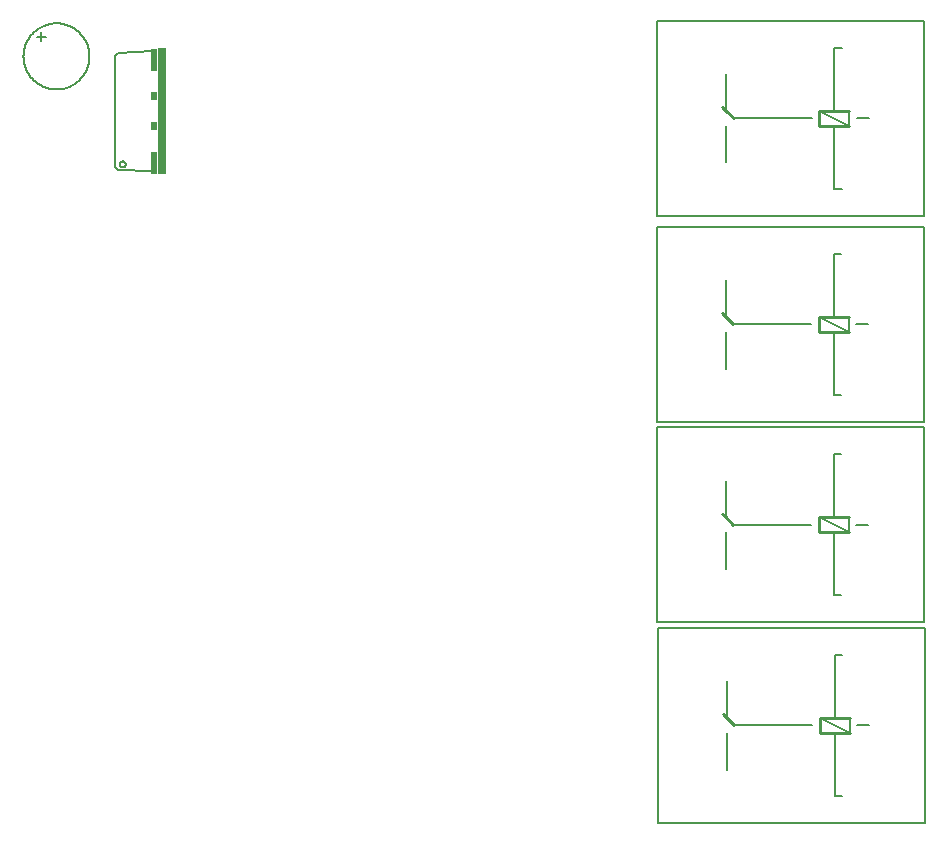
<source format=gbo>
G75*
%MOIN*%
%OFA0B0*%
%FSLAX25Y25*%
%IPPOS*%
%LPD*%
%AMOC8*
5,1,8,0,0,1.08239X$1,22.5*
%
%ADD10C,0.00600*%
%ADD11C,0.00500*%
%ADD12R,0.03000X0.42000*%
%ADD13R,0.02000X0.07500*%
%ADD14R,0.02000X0.03000*%
%ADD15C,0.01000*%
D10*
X0296005Y0058874D02*
X0385005Y0058874D01*
X0385005Y0123874D01*
X0296005Y0123874D01*
X0296005Y0058874D01*
X0319005Y0076574D02*
X0319005Y0088874D01*
X0321505Y0091374D02*
X0347505Y0091374D01*
X0350005Y0093874D02*
X0360005Y0088874D01*
X0360005Y0093874D01*
X0362505Y0091374D02*
X0366505Y0091374D01*
X0355005Y0088874D02*
X0355005Y0067874D01*
X0357505Y0067874D01*
X0355005Y0093874D02*
X0355005Y0114874D01*
X0357505Y0114874D01*
X0357268Y0134812D02*
X0354768Y0134812D01*
X0354768Y0155812D01*
X0354768Y0160812D02*
X0354768Y0181812D01*
X0357268Y0181812D01*
X0357185Y0201614D02*
X0354685Y0201614D01*
X0354685Y0222614D01*
X0359685Y0222614D02*
X0349685Y0227614D01*
X0347185Y0225114D02*
X0321185Y0225114D01*
X0318685Y0227614D02*
X0318685Y0239814D01*
X0318685Y0222614D02*
X0318685Y0210314D01*
X0295685Y0192614D02*
X0384685Y0192614D01*
X0384685Y0257614D01*
X0295685Y0257614D01*
X0295685Y0192614D01*
X0295768Y0190812D02*
X0295768Y0125812D01*
X0384768Y0125812D01*
X0384768Y0190812D01*
X0295768Y0190812D01*
X0318768Y0173012D02*
X0318768Y0160812D01*
X0321268Y0158312D02*
X0347268Y0158312D01*
X0349768Y0160812D02*
X0359768Y0155812D01*
X0359768Y0160812D01*
X0362268Y0158312D02*
X0366268Y0158312D01*
X0318768Y0155812D02*
X0318768Y0143512D01*
X0319005Y0106074D02*
X0319005Y0093874D01*
X0359685Y0222614D02*
X0359685Y0227614D01*
X0362185Y0225114D02*
X0366185Y0225114D01*
X0354685Y0227614D02*
X0354685Y0248614D01*
X0357185Y0248614D01*
X0357287Y0270341D02*
X0354787Y0270341D01*
X0354787Y0291341D01*
X0359787Y0291341D02*
X0349787Y0296341D01*
X0347287Y0293841D02*
X0321287Y0293841D01*
X0318787Y0291341D02*
X0318787Y0279041D01*
X0318787Y0296341D02*
X0318787Y0308541D01*
X0295787Y0326341D02*
X0295787Y0261341D01*
X0384787Y0261341D01*
X0384787Y0326341D01*
X0295787Y0326341D01*
X0354787Y0317341D02*
X0354787Y0296341D01*
X0359787Y0296341D02*
X0359787Y0291341D01*
X0362287Y0293841D02*
X0366287Y0293841D01*
X0357287Y0317341D02*
X0354787Y0317341D01*
X0084609Y0314424D02*
X0084612Y0314694D01*
X0084622Y0314964D01*
X0084639Y0315233D01*
X0084662Y0315502D01*
X0084692Y0315771D01*
X0084728Y0316038D01*
X0084771Y0316305D01*
X0084820Y0316570D01*
X0084876Y0316834D01*
X0084939Y0317097D01*
X0085007Y0317358D01*
X0085083Y0317617D01*
X0085164Y0317874D01*
X0085252Y0318130D01*
X0085346Y0318383D01*
X0085446Y0318634D01*
X0085553Y0318882D01*
X0085665Y0319127D01*
X0085784Y0319370D01*
X0085908Y0319609D01*
X0086038Y0319846D01*
X0086174Y0320079D01*
X0086316Y0320309D01*
X0086463Y0320535D01*
X0086616Y0320758D01*
X0086774Y0320977D01*
X0086937Y0321192D01*
X0087106Y0321402D01*
X0087280Y0321609D01*
X0087459Y0321811D01*
X0087642Y0322009D01*
X0087831Y0322202D01*
X0088024Y0322391D01*
X0088222Y0322574D01*
X0088424Y0322753D01*
X0088631Y0322927D01*
X0088841Y0323096D01*
X0089056Y0323259D01*
X0089275Y0323417D01*
X0089498Y0323570D01*
X0089724Y0323717D01*
X0089954Y0323859D01*
X0090187Y0323995D01*
X0090424Y0324125D01*
X0090663Y0324249D01*
X0090906Y0324368D01*
X0091151Y0324480D01*
X0091399Y0324587D01*
X0091650Y0324687D01*
X0091903Y0324781D01*
X0092159Y0324869D01*
X0092416Y0324950D01*
X0092675Y0325026D01*
X0092936Y0325094D01*
X0093199Y0325157D01*
X0093463Y0325213D01*
X0093728Y0325262D01*
X0093995Y0325305D01*
X0094262Y0325341D01*
X0094531Y0325371D01*
X0094800Y0325394D01*
X0095069Y0325411D01*
X0095339Y0325421D01*
X0095609Y0325424D01*
X0095879Y0325421D01*
X0096149Y0325411D01*
X0096418Y0325394D01*
X0096687Y0325371D01*
X0096956Y0325341D01*
X0097223Y0325305D01*
X0097490Y0325262D01*
X0097755Y0325213D01*
X0098019Y0325157D01*
X0098282Y0325094D01*
X0098543Y0325026D01*
X0098802Y0324950D01*
X0099059Y0324869D01*
X0099315Y0324781D01*
X0099568Y0324687D01*
X0099819Y0324587D01*
X0100067Y0324480D01*
X0100312Y0324368D01*
X0100555Y0324249D01*
X0100794Y0324125D01*
X0101031Y0323995D01*
X0101264Y0323859D01*
X0101494Y0323717D01*
X0101720Y0323570D01*
X0101943Y0323417D01*
X0102162Y0323259D01*
X0102377Y0323096D01*
X0102587Y0322927D01*
X0102794Y0322753D01*
X0102996Y0322574D01*
X0103194Y0322391D01*
X0103387Y0322202D01*
X0103576Y0322009D01*
X0103759Y0321811D01*
X0103938Y0321609D01*
X0104112Y0321402D01*
X0104281Y0321192D01*
X0104444Y0320977D01*
X0104602Y0320758D01*
X0104755Y0320535D01*
X0104902Y0320309D01*
X0105044Y0320079D01*
X0105180Y0319846D01*
X0105310Y0319609D01*
X0105434Y0319370D01*
X0105553Y0319127D01*
X0105665Y0318882D01*
X0105772Y0318634D01*
X0105872Y0318383D01*
X0105966Y0318130D01*
X0106054Y0317874D01*
X0106135Y0317617D01*
X0106211Y0317358D01*
X0106279Y0317097D01*
X0106342Y0316834D01*
X0106398Y0316570D01*
X0106447Y0316305D01*
X0106490Y0316038D01*
X0106526Y0315771D01*
X0106556Y0315502D01*
X0106579Y0315233D01*
X0106596Y0314964D01*
X0106606Y0314694D01*
X0106609Y0314424D01*
X0106606Y0314154D01*
X0106596Y0313884D01*
X0106579Y0313615D01*
X0106556Y0313346D01*
X0106526Y0313077D01*
X0106490Y0312810D01*
X0106447Y0312543D01*
X0106398Y0312278D01*
X0106342Y0312014D01*
X0106279Y0311751D01*
X0106211Y0311490D01*
X0106135Y0311231D01*
X0106054Y0310974D01*
X0105966Y0310718D01*
X0105872Y0310465D01*
X0105772Y0310214D01*
X0105665Y0309966D01*
X0105553Y0309721D01*
X0105434Y0309478D01*
X0105310Y0309239D01*
X0105180Y0309002D01*
X0105044Y0308769D01*
X0104902Y0308539D01*
X0104755Y0308313D01*
X0104602Y0308090D01*
X0104444Y0307871D01*
X0104281Y0307656D01*
X0104112Y0307446D01*
X0103938Y0307239D01*
X0103759Y0307037D01*
X0103576Y0306839D01*
X0103387Y0306646D01*
X0103194Y0306457D01*
X0102996Y0306274D01*
X0102794Y0306095D01*
X0102587Y0305921D01*
X0102377Y0305752D01*
X0102162Y0305589D01*
X0101943Y0305431D01*
X0101720Y0305278D01*
X0101494Y0305131D01*
X0101264Y0304989D01*
X0101031Y0304853D01*
X0100794Y0304723D01*
X0100555Y0304599D01*
X0100312Y0304480D01*
X0100067Y0304368D01*
X0099819Y0304261D01*
X0099568Y0304161D01*
X0099315Y0304067D01*
X0099059Y0303979D01*
X0098802Y0303898D01*
X0098543Y0303822D01*
X0098282Y0303754D01*
X0098019Y0303691D01*
X0097755Y0303635D01*
X0097490Y0303586D01*
X0097223Y0303543D01*
X0096956Y0303507D01*
X0096687Y0303477D01*
X0096418Y0303454D01*
X0096149Y0303437D01*
X0095879Y0303427D01*
X0095609Y0303424D01*
X0095339Y0303427D01*
X0095069Y0303437D01*
X0094800Y0303454D01*
X0094531Y0303477D01*
X0094262Y0303507D01*
X0093995Y0303543D01*
X0093728Y0303586D01*
X0093463Y0303635D01*
X0093199Y0303691D01*
X0092936Y0303754D01*
X0092675Y0303822D01*
X0092416Y0303898D01*
X0092159Y0303979D01*
X0091903Y0304067D01*
X0091650Y0304161D01*
X0091399Y0304261D01*
X0091151Y0304368D01*
X0090906Y0304480D01*
X0090663Y0304599D01*
X0090424Y0304723D01*
X0090187Y0304853D01*
X0089954Y0304989D01*
X0089724Y0305131D01*
X0089498Y0305278D01*
X0089275Y0305431D01*
X0089056Y0305589D01*
X0088841Y0305752D01*
X0088631Y0305921D01*
X0088424Y0306095D01*
X0088222Y0306274D01*
X0088024Y0306457D01*
X0087831Y0306646D01*
X0087642Y0306839D01*
X0087459Y0307037D01*
X0087280Y0307239D01*
X0087106Y0307446D01*
X0086937Y0307656D01*
X0086774Y0307871D01*
X0086616Y0308090D01*
X0086463Y0308313D01*
X0086316Y0308539D01*
X0086174Y0308769D01*
X0086038Y0309002D01*
X0085908Y0309239D01*
X0085784Y0309478D01*
X0085665Y0309721D01*
X0085553Y0309966D01*
X0085446Y0310214D01*
X0085346Y0310465D01*
X0085252Y0310718D01*
X0085164Y0310974D01*
X0085083Y0311231D01*
X0085007Y0311490D01*
X0084939Y0311751D01*
X0084876Y0312014D01*
X0084820Y0312278D01*
X0084771Y0312543D01*
X0084728Y0312810D01*
X0084692Y0313077D01*
X0084662Y0313346D01*
X0084639Y0313615D01*
X0084622Y0313884D01*
X0084612Y0314154D01*
X0084609Y0314424D01*
X0090609Y0319424D02*
X0090609Y0320924D01*
X0089109Y0320924D01*
X0090609Y0320924D02*
X0092109Y0320924D01*
X0090609Y0320924D02*
X0090609Y0322424D01*
D11*
X0115261Y0314610D02*
X0115261Y0277610D01*
X0116261Y0276610D01*
X0127761Y0276110D01*
X0116661Y0278410D02*
X0116663Y0278473D01*
X0116669Y0278535D01*
X0116679Y0278597D01*
X0116692Y0278659D01*
X0116710Y0278719D01*
X0116731Y0278778D01*
X0116756Y0278836D01*
X0116785Y0278892D01*
X0116817Y0278946D01*
X0116852Y0278998D01*
X0116890Y0279047D01*
X0116932Y0279095D01*
X0116976Y0279139D01*
X0117024Y0279181D01*
X0117073Y0279219D01*
X0117125Y0279254D01*
X0117179Y0279286D01*
X0117235Y0279315D01*
X0117293Y0279340D01*
X0117352Y0279361D01*
X0117412Y0279379D01*
X0117474Y0279392D01*
X0117536Y0279402D01*
X0117598Y0279408D01*
X0117661Y0279410D01*
X0117724Y0279408D01*
X0117786Y0279402D01*
X0117848Y0279392D01*
X0117910Y0279379D01*
X0117970Y0279361D01*
X0118029Y0279340D01*
X0118087Y0279315D01*
X0118143Y0279286D01*
X0118197Y0279254D01*
X0118249Y0279219D01*
X0118298Y0279181D01*
X0118346Y0279139D01*
X0118390Y0279095D01*
X0118432Y0279047D01*
X0118470Y0278998D01*
X0118505Y0278946D01*
X0118537Y0278892D01*
X0118566Y0278836D01*
X0118591Y0278778D01*
X0118612Y0278719D01*
X0118630Y0278659D01*
X0118643Y0278597D01*
X0118653Y0278535D01*
X0118659Y0278473D01*
X0118661Y0278410D01*
X0118659Y0278347D01*
X0118653Y0278285D01*
X0118643Y0278223D01*
X0118630Y0278161D01*
X0118612Y0278101D01*
X0118591Y0278042D01*
X0118566Y0277984D01*
X0118537Y0277928D01*
X0118505Y0277874D01*
X0118470Y0277822D01*
X0118432Y0277773D01*
X0118390Y0277725D01*
X0118346Y0277681D01*
X0118298Y0277639D01*
X0118249Y0277601D01*
X0118197Y0277566D01*
X0118143Y0277534D01*
X0118087Y0277505D01*
X0118029Y0277480D01*
X0117970Y0277459D01*
X0117910Y0277441D01*
X0117848Y0277428D01*
X0117786Y0277418D01*
X0117724Y0277412D01*
X0117661Y0277410D01*
X0117598Y0277412D01*
X0117536Y0277418D01*
X0117474Y0277428D01*
X0117412Y0277441D01*
X0117352Y0277459D01*
X0117293Y0277480D01*
X0117235Y0277505D01*
X0117179Y0277534D01*
X0117125Y0277566D01*
X0117073Y0277601D01*
X0117024Y0277639D01*
X0116976Y0277681D01*
X0116932Y0277725D01*
X0116890Y0277773D01*
X0116852Y0277822D01*
X0116817Y0277874D01*
X0116785Y0277928D01*
X0116756Y0277984D01*
X0116731Y0278042D01*
X0116710Y0278101D01*
X0116692Y0278161D01*
X0116679Y0278223D01*
X0116669Y0278285D01*
X0116663Y0278347D01*
X0116661Y0278410D01*
X0115261Y0314610D02*
X0116261Y0315610D01*
X0127761Y0316110D01*
D12*
X0130761Y0296110D03*
D13*
X0128261Y0278860D03*
X0128261Y0313360D03*
D14*
X0128261Y0301110D03*
X0128261Y0291110D03*
D15*
X0317487Y0297541D02*
X0318787Y0296341D01*
X0321287Y0293841D01*
X0349787Y0291341D02*
X0354787Y0291341D01*
X0359787Y0291341D01*
X0359787Y0296341D02*
X0354787Y0296341D01*
X0349787Y0296341D01*
X0349787Y0291341D01*
X0349685Y0227614D02*
X0354685Y0227614D01*
X0359685Y0227614D01*
X0359685Y0222614D02*
X0354685Y0222614D01*
X0349685Y0222614D01*
X0349685Y0227614D01*
X0321185Y0225114D02*
X0318685Y0227614D01*
X0317385Y0228814D01*
X0317468Y0162012D02*
X0318768Y0160812D01*
X0321268Y0158312D01*
X0349768Y0155812D02*
X0349768Y0160812D01*
X0354768Y0160812D01*
X0359768Y0160812D01*
X0359768Y0155812D02*
X0354768Y0155812D01*
X0349768Y0155812D01*
X0350005Y0093874D02*
X0355005Y0093874D01*
X0360005Y0093874D01*
X0360005Y0088874D02*
X0355005Y0088874D01*
X0350005Y0088874D01*
X0350005Y0093874D01*
X0321505Y0091374D02*
X0319005Y0093874D01*
X0317705Y0095074D01*
M02*

</source>
